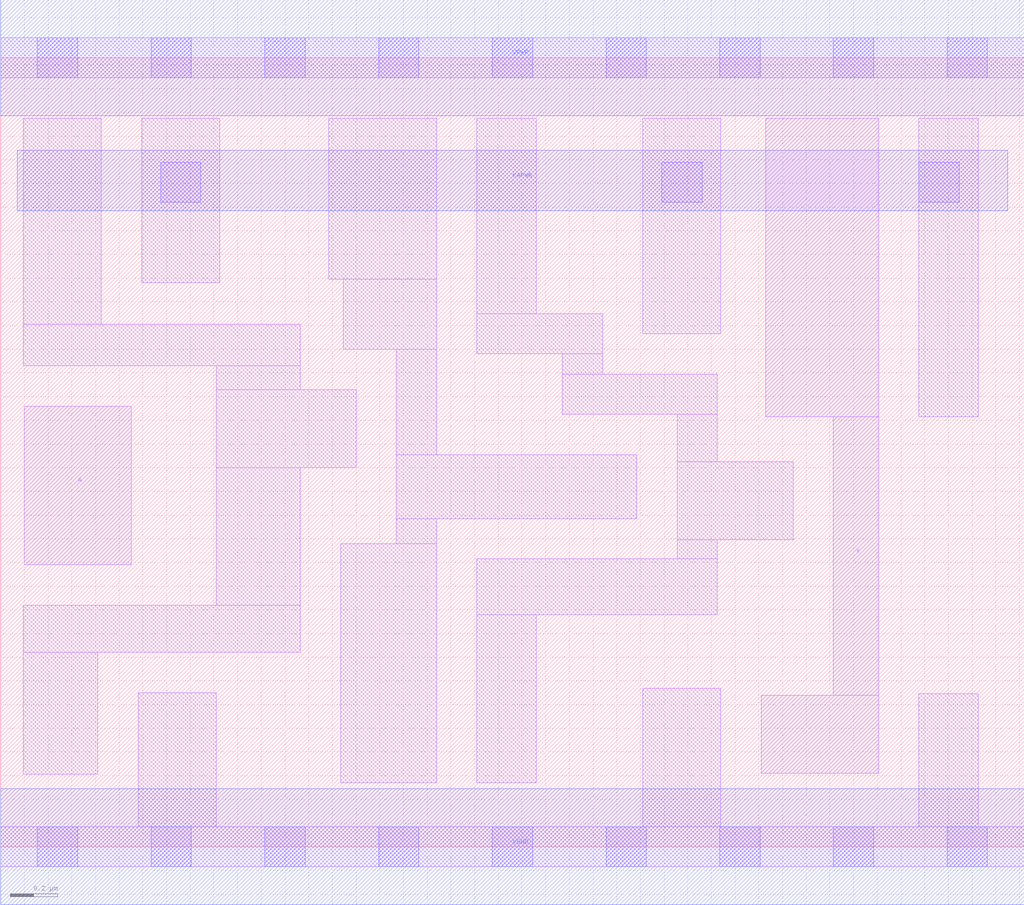
<source format=lef>
# Copyright 2020 The SkyWater PDK Authors
#
# Licensed under the Apache License, Version 2.0 (the "License");
# you may not use this file except in compliance with the License.
# You may obtain a copy of the License at
#
#     https://www.apache.org/licenses/LICENSE-2.0
#
# Unless required by applicable law or agreed to in writing, software
# distributed under the License is distributed on an "AS IS" BASIS,
# WITHOUT WARRANTIES OR CONDITIONS OF ANY KIND, either express or implied.
# See the License for the specific language governing permissions and
# limitations under the License.
#
# SPDX-License-Identifier: Apache-2.0

VERSION 5.7 ;
  NAMESCASESENSITIVE ON ;
  NOWIREEXTENSIONATPIN ON ;
  DIVIDERCHAR "/" ;
  BUSBITCHARS "[]" ;
UNITS
  DATABASE MICRONS 200 ;
END UNITS
MACRO sky130_fd_sc_lp__dlybuf4s15kapwr_2
  CLASS CORE ;
  SOURCE USER ;
  FOREIGN sky130_fd_sc_lp__dlybuf4s15kapwr_2 ;
  ORIGIN  0.000000  0.000000 ;
  SIZE  4.320000 BY  3.330000 ;
  SYMMETRY X Y ;
  SITE unit ;
  PIN A
    ANTENNAGATEAREA  0.252000 ;
    DIRECTION INPUT ;
    USE SIGNAL ;
    PORT
      LAYER li1 ;
        RECT 0.100000 1.190000 0.550000 1.860000 ;
    END
  END A
  PIN X
    ANTENNADIFFAREA  0.470400 ;
    DIRECTION OUTPUT ;
    USE SIGNAL ;
    PORT
      LAYER li1 ;
        RECT 3.210000 0.310000 3.705000 0.640000 ;
        RECT 3.230000 1.815000 3.705000 3.075000 ;
        RECT 3.515000 0.640000 3.705000 1.815000 ;
    END
  END X
  PIN KAPWR
    DIRECTION INOUT ;
    USE POWER ;
    PORT
      LAYER met1 ;
        RECT 0.070000 2.685000 4.250000 2.940000 ;
    END
  END KAPWR
  PIN VGND
    DIRECTION INOUT ;
    USE GROUND ;
    PORT
      LAYER met1 ;
        RECT 0.000000 -0.245000 4.320000 0.245000 ;
    END
  END VGND
  PIN VPWR
    DIRECTION INOUT ;
    USE POWER ;
    PORT
      LAYER met1 ;
        RECT 0.000000 3.085000 4.320000 3.575000 ;
    END
  END VPWR
  OBS
    LAYER li1 ;
      RECT 0.000000 -0.085000 4.320000 0.085000 ;
      RECT 0.000000  3.245000 4.320000 3.415000 ;
      RECT 0.095000  0.305000 0.410000 0.820000 ;
      RECT 0.095000  0.820000 1.265000 1.020000 ;
      RECT 0.095000  2.030000 1.265000 2.205000 ;
      RECT 0.095000  2.205000 0.425000 3.075000 ;
      RECT 0.580000  0.085000 0.910000 0.650000 ;
      RECT 0.595000  2.380000 0.925000 3.075000 ;
      RECT 0.910000  1.020000 1.265000 1.600000 ;
      RECT 0.910000  1.600000 1.500000 1.930000 ;
      RECT 0.910000  1.930000 1.265000 2.030000 ;
      RECT 1.385000  2.395000 1.840000 3.075000 ;
      RECT 1.435000  0.270000 1.840000 1.280000 ;
      RECT 1.445000  2.100000 1.840000 2.395000 ;
      RECT 1.670000  1.280000 1.840000 1.385000 ;
      RECT 1.670000  1.385000 2.685000 1.655000 ;
      RECT 1.670000  1.655000 1.840000 2.100000 ;
      RECT 2.010000  0.270000 2.260000 0.980000 ;
      RECT 2.010000  0.980000 3.025000 1.215000 ;
      RECT 2.010000  2.080000 2.540000 2.250000 ;
      RECT 2.010000  2.250000 2.260000 3.075000 ;
      RECT 2.370000  1.825000 3.025000 1.995000 ;
      RECT 2.370000  1.995000 2.540000 2.080000 ;
      RECT 2.710000  0.085000 3.040000 0.670000 ;
      RECT 2.710000  2.165000 3.040000 3.075000 ;
      RECT 2.855000  1.215000 3.025000 1.295000 ;
      RECT 2.855000  1.295000 3.345000 1.625000 ;
      RECT 2.855000  1.625000 3.025000 1.825000 ;
      RECT 3.875000  0.085000 4.125000 0.645000 ;
      RECT 3.875000  1.815000 4.125000 3.075000 ;
    LAYER mcon ;
      RECT 0.155000 -0.085000 0.325000 0.085000 ;
      RECT 0.155000  3.245000 0.325000 3.415000 ;
      RECT 0.635000 -0.085000 0.805000 0.085000 ;
      RECT 0.635000  3.245000 0.805000 3.415000 ;
      RECT 0.675000  2.720000 0.845000 2.890000 ;
      RECT 1.115000 -0.085000 1.285000 0.085000 ;
      RECT 1.115000  3.245000 1.285000 3.415000 ;
      RECT 1.595000 -0.085000 1.765000 0.085000 ;
      RECT 1.595000  3.245000 1.765000 3.415000 ;
      RECT 2.075000 -0.085000 2.245000 0.085000 ;
      RECT 2.075000  3.245000 2.245000 3.415000 ;
      RECT 2.555000 -0.085000 2.725000 0.085000 ;
      RECT 2.555000  3.245000 2.725000 3.415000 ;
      RECT 2.790000  2.720000 2.960000 2.890000 ;
      RECT 3.035000 -0.085000 3.205000 0.085000 ;
      RECT 3.035000  3.245000 3.205000 3.415000 ;
      RECT 3.515000 -0.085000 3.685000 0.085000 ;
      RECT 3.515000  3.245000 3.685000 3.415000 ;
      RECT 3.875000  2.720000 4.045000 2.890000 ;
      RECT 3.995000 -0.085000 4.165000 0.085000 ;
      RECT 3.995000  3.245000 4.165000 3.415000 ;
  END
END sky130_fd_sc_lp__dlybuf4s15kapwr_2

</source>
